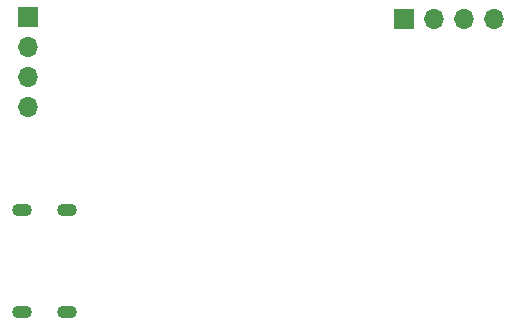
<source format=gbr>
%TF.GenerationSoftware,KiCad,Pcbnew,8.0.5*%
%TF.CreationDate,2024-11-10T21:17:35+07:00*%
%TF.ProjectId,PCB_MASTER,5043425f-4d41-4535-9445-522e6b696361,rev?*%
%TF.SameCoordinates,Original*%
%TF.FileFunction,Soldermask,Bot*%
%TF.FilePolarity,Negative*%
%FSLAX46Y46*%
G04 Gerber Fmt 4.6, Leading zero omitted, Abs format (unit mm)*
G04 Created by KiCad (PCBNEW 8.0.5) date 2024-11-10 21:17:35*
%MOMM*%
%LPD*%
G01*
G04 APERTURE LIST*
%ADD10O,1.700000X1.100000*%
%ADD11R,1.700000X1.700000*%
%ADD12O,1.700000X1.700000*%
G04 APERTURE END LIST*
D10*
%TO.C,J3*%
X100400000Y-83180000D03*
X96600000Y-83180000D03*
X100400000Y-91820000D03*
X96600000Y-91820000D03*
%TD*%
D11*
%TO.C,J1*%
X97050000Y-66900000D03*
D12*
X97050000Y-69440000D03*
X97050000Y-71979999D03*
X97050000Y-74520000D03*
%TD*%
D11*
%TO.C,J2*%
X128920000Y-67000000D03*
D12*
X131460000Y-67000000D03*
X134000000Y-67000000D03*
X136540000Y-67000000D03*
%TD*%
M02*

</source>
